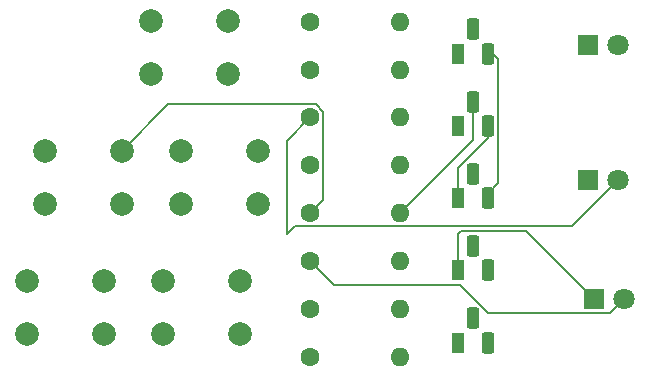
<source format=gbl>
G04 #@! TF.GenerationSoftware,KiCad,Pcbnew,9.0.1*
G04 #@! TF.CreationDate,2025-05-23T23:34:19-04:00*
G04 #@! TF.ProjectId,logic01,6c6f6769-6330-4312-9e6b-696361645f70,rev?*
G04 #@! TF.SameCoordinates,Original*
G04 #@! TF.FileFunction,Copper,L2,Bot*
G04 #@! TF.FilePolarity,Positive*
%FSLAX46Y46*%
G04 Gerber Fmt 4.6, Leading zero omitted, Abs format (unit mm)*
G04 Created by KiCad (PCBNEW 9.0.1) date 2025-05-23 23:34:19*
%MOMM*%
%LPD*%
G01*
G04 APERTURE LIST*
G04 Aperture macros list*
%AMRoundRect*
0 Rectangle with rounded corners*
0 $1 Rounding radius*
0 $2 $3 $4 $5 $6 $7 $8 $9 X,Y pos of 4 corners*
0 Add a 4 corners polygon primitive as box body*
4,1,4,$2,$3,$4,$5,$6,$7,$8,$9,$2,$3,0*
0 Add four circle primitives for the rounded corners*
1,1,$1+$1,$2,$3*
1,1,$1+$1,$4,$5*
1,1,$1+$1,$6,$7*
1,1,$1+$1,$8,$9*
0 Add four rect primitives between the rounded corners*
20,1,$1+$1,$2,$3,$4,$5,0*
20,1,$1+$1,$4,$5,$6,$7,0*
20,1,$1+$1,$6,$7,$8,$9,0*
20,1,$1+$1,$8,$9,$2,$3,0*%
G04 Aperture macros list end*
G04 #@! TA.AperFunction,ComponentPad*
%ADD10C,2.000000*%
G04 #@! TD*
G04 #@! TA.AperFunction,ComponentPad*
%ADD11C,1.600000*%
G04 #@! TD*
G04 #@! TA.AperFunction,ComponentPad*
%ADD12O,1.600000X1.600000*%
G04 #@! TD*
G04 #@! TA.AperFunction,ComponentPad*
%ADD13RoundRect,0.275000X-0.275000X-0.625000X0.275000X-0.625000X0.275000X0.625000X-0.275000X0.625000X0*%
G04 #@! TD*
G04 #@! TA.AperFunction,ComponentPad*
%ADD14R,1.100000X1.800000*%
G04 #@! TD*
G04 #@! TA.AperFunction,ComponentPad*
%ADD15C,1.800000*%
G04 #@! TD*
G04 #@! TA.AperFunction,ComponentPad*
%ADD16R,1.800000X1.800000*%
G04 #@! TD*
G04 #@! TA.AperFunction,Conductor*
%ADD17C,0.200000*%
G04 #@! TD*
G04 APERTURE END LIST*
D10*
G04 #@! TO.P,SW1,1,1*
G04 #@! TO.N,Net-(BT1-+)*
X131121000Y-80629000D03*
X137621000Y-80629000D03*
G04 #@! TO.P,SW1,2,2*
G04 #@! TO.N,Net-(R2-Pad1)*
X131121000Y-85129000D03*
X137621000Y-85129000D03*
G04 #@! TD*
G04 #@! TO.P,SW2,1,1*
G04 #@! TO.N,Net-(R5-Pad1)*
X122121000Y-91629000D03*
X128621000Y-91629000D03*
G04 #@! TO.P,SW2,2,2*
G04 #@! TO.N,Net-(BT1-+)*
X122121000Y-96129000D03*
X128621000Y-96129000D03*
G04 #@! TD*
D11*
G04 #@! TO.P,R2,1*
G04 #@! TO.N,Net-(R2-Pad1)*
X144581000Y-84749000D03*
D12*
G04 #@! TO.P,R2,2*
G04 #@! TO.N,Net-(Q1-B)*
X152201000Y-84749000D03*
G04 #@! TD*
D11*
G04 #@! TO.P,R3,1*
G04 #@! TO.N,Net-(D2-A)*
X144581000Y-88799000D03*
D12*
G04 #@! TO.P,R3,2*
G04 #@! TO.N,Net-(BT1-+)*
X152201000Y-88799000D03*
G04 #@! TD*
D11*
G04 #@! TO.P,R5,1*
G04 #@! TO.N,Net-(R5-Pad1)*
X144581000Y-96899000D03*
D12*
G04 #@! TO.P,R5,2*
G04 #@! TO.N,Net-(Q2-B)*
X152201000Y-96899000D03*
G04 #@! TD*
D11*
G04 #@! TO.P,R6,1*
G04 #@! TO.N,Net-(D3-A)*
X144581000Y-100949000D03*
D12*
G04 #@! TO.P,R6,2*
G04 #@! TO.N,Net-(BT1-+)*
X152201000Y-100949000D03*
G04 #@! TD*
D11*
G04 #@! TO.P,R8,1*
G04 #@! TO.N,Net-(R8-Pad1)*
X144581000Y-109049000D03*
D12*
G04 #@! TO.P,R8,2*
G04 #@! TO.N,Net-(Q5-B)*
X152201000Y-109049000D03*
G04 #@! TD*
D11*
G04 #@! TO.P,R7,1*
G04 #@! TO.N,Net-(R7-Pad1)*
X144581000Y-104999000D03*
D12*
G04 #@! TO.P,R7,2*
G04 #@! TO.N,Net-(Q4-B)*
X152201000Y-104999000D03*
G04 #@! TD*
D11*
G04 #@! TO.P,R4,1*
G04 #@! TO.N,Net-(R4-Pad1)*
X144581000Y-92849000D03*
D12*
G04 #@! TO.P,R4,2*
G04 #@! TO.N,Net-(Q3-B)*
X152201000Y-92849000D03*
G04 #@! TD*
D10*
G04 #@! TO.P,SW5,2,2*
G04 #@! TO.N,Net-(D3-K)*
X138621000Y-107129000D03*
X132121000Y-107129000D03*
G04 #@! TO.P,SW5,1,1*
G04 #@! TO.N,Net-(R8-Pad1)*
X138621000Y-102629000D03*
X132121000Y-102629000D03*
G04 #@! TD*
G04 #@! TO.P,SW4,2,2*
G04 #@! TO.N,Net-(D3-K)*
X127121000Y-107129000D03*
X120621000Y-107129000D03*
G04 #@! TO.P,SW4,1,1*
G04 #@! TO.N,Net-(R7-Pad1)*
X127121000Y-102629000D03*
X120621000Y-102629000D03*
G04 #@! TD*
G04 #@! TO.P,SW3,2,2*
G04 #@! TO.N,Net-(BT1-+)*
X140121000Y-96129000D03*
X133621000Y-96129000D03*
G04 #@! TO.P,SW3,1,1*
G04 #@! TO.N,Net-(R4-Pad1)*
X140121000Y-91629000D03*
X133621000Y-91629000D03*
G04 #@! TD*
D12*
G04 #@! TO.P,R1,2*
G04 #@! TO.N,Net-(Q1-C)*
X152201000Y-80699000D03*
D11*
G04 #@! TO.P,R1,1*
G04 #@! TO.N,Net-(D1-K)*
X144581000Y-80699000D03*
G04 #@! TD*
D13*
G04 #@! TO.P,Q5,3,E*
G04 #@! TO.N,Net-(BT1--)*
X159661000Y-107859000D03*
G04 #@! TO.P,Q5,2,B*
G04 #@! TO.N,Net-(Q5-B)*
X158391000Y-105789000D03*
D14*
G04 #@! TO.P,Q5,1,C*
G04 #@! TO.N,Net-(D3-K)*
X157121000Y-107859000D03*
G04 #@! TD*
D13*
G04 #@! TO.P,Q4,3,E*
G04 #@! TO.N,Net-(BT1--)*
X159661000Y-101749000D03*
G04 #@! TO.P,Q4,2,B*
G04 #@! TO.N,Net-(Q4-B)*
X158391000Y-99679000D03*
D14*
G04 #@! TO.P,Q4,1,C*
G04 #@! TO.N,Net-(D3-K)*
X157121000Y-101749000D03*
G04 #@! TD*
D13*
G04 #@! TO.P,Q3,3,E*
G04 #@! TO.N,Net-(BT1--)*
X159661000Y-95639000D03*
G04 #@! TO.P,Q3,2,B*
G04 #@! TO.N,Net-(Q3-B)*
X158391000Y-93569000D03*
D14*
G04 #@! TO.P,Q3,1,C*
G04 #@! TO.N,Net-(Q2-E)*
X157121000Y-95639000D03*
G04 #@! TD*
D13*
G04 #@! TO.P,Q2,3,E*
G04 #@! TO.N,Net-(Q2-E)*
X159661000Y-89529000D03*
G04 #@! TO.P,Q2,2,B*
G04 #@! TO.N,Net-(Q2-B)*
X158391000Y-87459000D03*
D14*
G04 #@! TO.P,Q2,1,C*
G04 #@! TO.N,Net-(D2-K)*
X157121000Y-89529000D03*
G04 #@! TD*
D13*
G04 #@! TO.P,Q1,3,E*
G04 #@! TO.N,Net-(BT1--)*
X159661000Y-83419000D03*
G04 #@! TO.P,Q1,2,B*
G04 #@! TO.N,Net-(Q1-B)*
X158391000Y-81349000D03*
D14*
G04 #@! TO.P,Q1,1,C*
G04 #@! TO.N,Net-(Q1-C)*
X157121000Y-83419000D03*
G04 #@! TD*
D15*
G04 #@! TO.P,D3,2,A*
G04 #@! TO.N,Net-(D3-A)*
X171121000Y-104129000D03*
D16*
G04 #@! TO.P,D3,1,K*
G04 #@! TO.N,Net-(D3-K)*
X168581000Y-104129000D03*
G04 #@! TD*
D15*
G04 #@! TO.P,D2,2,A*
G04 #@! TO.N,Net-(D2-A)*
X170621000Y-94129000D03*
D16*
G04 #@! TO.P,D2,1,K*
G04 #@! TO.N,Net-(D2-K)*
X168081000Y-94129000D03*
G04 #@! TD*
D15*
G04 #@! TO.P,D1,2,A*
G04 #@! TO.N,Net-(BT1-+)*
X170621000Y-82629000D03*
D16*
G04 #@! TO.P,D1,1,K*
G04 #@! TO.N,Net-(D1-K)*
X168081000Y-82629000D03*
G04 #@! TD*
D17*
G04 #@! TO.N,Net-(R5-Pad1)*
X145682000Y-95798000D02*
X144581000Y-96899000D01*
X145682000Y-88342950D02*
X145682000Y-95798000D01*
X145037050Y-87698000D02*
X145682000Y-88342950D01*
X132552000Y-87698000D02*
X145037050Y-87698000D01*
X128621000Y-91629000D02*
X132552000Y-87698000D01*
G04 #@! TO.N,Net-(D3-A)*
X146582000Y-102950000D02*
X144581000Y-100949000D01*
X159654206Y-105330000D02*
X157274206Y-102950000D01*
X169920000Y-105330000D02*
X159654206Y-105330000D01*
X157274206Y-102950000D02*
X146582000Y-102950000D01*
X171121000Y-104129000D02*
X169920000Y-105330000D01*
G04 #@! TO.N,Net-(D3-K)*
X162853000Y-98401000D02*
X168581000Y-104129000D01*
X157349000Y-98401000D02*
X162853000Y-98401000D01*
X157121000Y-98629000D02*
X157349000Y-98401000D01*
X157121000Y-101349000D02*
X157121000Y-98629000D01*
G04 #@! TO.N,Net-(Q2-E)*
X157121000Y-93116794D02*
X157121000Y-95239000D01*
X159661000Y-90576794D02*
X157121000Y-93116794D01*
X159661000Y-89129000D02*
X159661000Y-90576794D01*
G04 #@! TO.N,Net-(Q2-B)*
X158391000Y-90709000D02*
X158391000Y-87859000D01*
X152201000Y-96899000D02*
X158391000Y-90709000D01*
G04 #@! TO.N,Net-(D2-A)*
X142621000Y-98629000D02*
X142621000Y-90759000D01*
X166750000Y-98000000D02*
X143250000Y-98000000D01*
X142621000Y-90759000D02*
X144581000Y-88799000D01*
X143250000Y-98000000D02*
X142621000Y-98629000D01*
X170621000Y-94129000D02*
X166750000Y-98000000D01*
G04 #@! TO.N,Net-(BT1--)*
X160512000Y-83870000D02*
X160512000Y-94388000D01*
X159661000Y-83019000D02*
X160512000Y-83870000D01*
X160512000Y-94388000D02*
X159661000Y-95239000D01*
G04 #@! TD*
M02*

</source>
